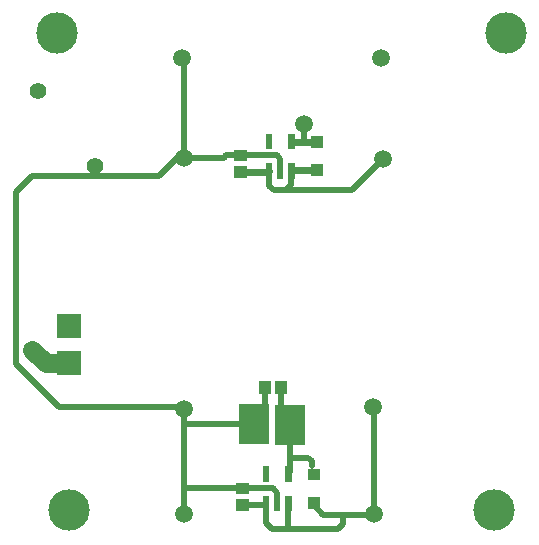
<source format=gbl>
G04 Layer: BottomLayer*
G04 EasyEDA v6.3.22, 2020-01-22T11:07:26+01:00*
G04 244eb897874448418918cfb691dafd7b,6ac03ef627a24f5ab7c901ca926ad83b,10*
G04 Gerber Generator version 0.2*
G04 Scale: 100 percent, Rotated: No, Reflected: No *
G04 Dimensions in millimeters *
G04 leading zeros omitted , absolute positions ,3 integer and 3 decimal *
%FSLAX33Y33*%
%MOMM*%
G90*
G71D02*

%ADD14C,1.599997*%
%ADD15C,1.500022*%
%ADD21C,3.499993*%
%ADD22C,1.399997*%
%ADD23C,0.550012*%
%ADD24C,0.599999*%
%ADD25R,2.499995X3.499993*%
%ADD26R,1.999996X1.999996*%

%LPD*%
G54D23*
G01X25709Y7749D02*
G01X25709Y7559D01*
G01X26509Y6759D01*
G01X30800Y6759D01*
G01X30830Y6789D01*
G54D24*
G01X23820Y35860D02*
G01X23879Y35919D01*
G01X25960Y35919D01*
G01X23820Y38359D02*
G01X23859Y38319D01*
G01X25960Y38319D01*
G01X21920Y35859D02*
G01X21838Y35770D01*
G01X19479Y35770D01*
G54D23*
G01X30728Y15829D02*
G01X30779Y15781D01*
G01X30779Y6840D01*
G01X30830Y6789D01*
G01X21671Y7691D02*
G01X21671Y6070D01*
G01X22179Y5560D01*
G01X27800Y5560D01*
G01X28229Y5989D01*
G01X28229Y6759D01*
G01X23570Y7690D02*
G01X23570Y5740D01*
G01X21671Y7691D02*
G01X21550Y7570D01*
G01X19709Y7570D01*
G01X23570Y10189D02*
G01X23709Y10329D01*
G01X23709Y14380D01*
G01X25569Y10840D02*
G01X25569Y11260D01*
G01X25249Y11580D01*
G01X23709Y11580D01*
G01X14709Y15670D02*
G01X14709Y6830D01*
G01X14709Y14235D02*
G01X14884Y14410D01*
G01X20619Y14410D01*
G01X14719Y36950D02*
G01X14719Y45210D01*
G01X14520Y45410D01*
G01X14328Y15859D02*
G01X4178Y15859D01*
G01X510Y19527D01*
G01X510Y34079D01*
G01X1821Y35389D01*
G01X12588Y35389D01*
G01X14338Y37139D01*
G01X23709Y14380D02*
G01X22969Y15120D01*
G01X22969Y17480D01*
G01X20619Y14410D02*
G01X21569Y15360D01*
G01X21569Y17480D01*
G01X14719Y36950D02*
G01X18099Y36950D01*
G01X18319Y37169D01*
G01X19480Y37169D01*
G01X19709Y8970D02*
G01X14789Y8970D01*
G01X14709Y9050D01*
G01X22620Y7690D02*
G01X22620Y8609D01*
G01X22259Y8970D01*
G01X19709Y8970D01*
G01X19480Y37169D02*
G01X22580Y37169D01*
G01X22870Y36880D01*
G01X22870Y35860D01*
G01X21920Y35860D02*
G01X21920Y34599D01*
G01X22309Y34210D01*
G01X23399Y34210D01*
G01X23819Y34630D01*
G01X23819Y35860D01*
G01X23399Y34210D02*
G01X28929Y34210D01*
G01X31599Y36880D01*
G01X24889Y39840D02*
G01X24889Y38319D01*
G54D14*
G01X1889Y20700D02*
G01X3010Y19579D01*
G01X4979Y19579D01*
G54D25*
G01X23709Y14380D03*
G01X20619Y14410D03*
G54D26*
G01X4999Y22709D03*
G01X4979Y19579D03*
G36*
G01X23470Y18030D02*
G01X22470Y18030D01*
G01X22470Y16930D01*
G01X23470Y16930D01*
G01X23470Y18030D01*
G37*
G36*
G01X22070Y18030D02*
G01X21070Y18030D01*
G01X21070Y16930D01*
G01X22070Y16930D01*
G01X22070Y18030D01*
G37*
G36*
G01X26459Y35420D02*
G01X26459Y36420D01*
G01X25459Y36420D01*
G01X25459Y35420D01*
G01X26459Y35420D01*
G37*
G36*
G01X26459Y37820D02*
G01X26459Y38820D01*
G01X25459Y38820D01*
G01X25459Y37820D01*
G01X26459Y37820D01*
G37*
G36*
G01X20029Y35269D02*
G01X20029Y36269D01*
G01X18929Y36269D01*
G01X18929Y35269D01*
G01X20029Y35269D01*
G37*
G36*
G01X20029Y36669D02*
G01X20029Y37669D01*
G01X18929Y37669D01*
G01X18929Y36669D01*
G01X20029Y36669D01*
G37*
G36*
G01X24094Y35210D02*
G01X24094Y36510D01*
G01X23544Y36510D01*
G01X23544Y35210D01*
G01X24094Y35210D01*
G37*
G36*
G01X23144Y35210D02*
G01X23144Y36510D01*
G01X22594Y36510D01*
G01X22594Y35210D01*
G01X23144Y35210D01*
G37*
G36*
G01X22194Y35210D02*
G01X22194Y36510D01*
G01X21644Y36510D01*
G01X21644Y35210D01*
G01X22194Y35210D01*
G37*
G36*
G01X22194Y37710D02*
G01X22194Y39010D01*
G01X21644Y39010D01*
G01X21644Y37710D01*
G01X22194Y37710D01*
G37*
G36*
G01X24094Y37710D02*
G01X24094Y39010D01*
G01X23544Y39010D01*
G01X23544Y37710D01*
G01X24094Y37710D01*
G37*
G36*
G01X23844Y7040D02*
G01X23844Y8340D01*
G01X23294Y8340D01*
G01X23294Y7040D01*
G01X23844Y7040D01*
G37*
G36*
G01X22894Y7040D02*
G01X22894Y8340D01*
G01X22344Y8340D01*
G01X22344Y7040D01*
G01X22894Y7040D01*
G37*
G36*
G01X21944Y7040D02*
G01X21944Y8340D01*
G01X21394Y8340D01*
G01X21394Y7040D01*
G01X21944Y7040D01*
G37*
G36*
G01X21944Y9540D02*
G01X21944Y10840D01*
G01X21394Y10840D01*
G01X21394Y9540D01*
G01X21944Y9540D01*
G37*
G36*
G01X23844Y9540D02*
G01X23844Y10840D01*
G01X23294Y10840D01*
G01X23294Y9540D01*
G01X23844Y9540D01*
G37*
G36*
G01X20259Y7069D02*
G01X20259Y8069D01*
G01X19159Y8069D01*
G01X19159Y7069D01*
G01X20259Y7069D01*
G37*
G36*
G01X20259Y8469D02*
G01X20259Y9469D01*
G01X19159Y9469D01*
G01X19159Y8469D01*
G01X20259Y8469D01*
G37*
G36*
G01X26209Y7250D02*
G01X26209Y8250D01*
G01X25209Y8250D01*
G01X25209Y7250D01*
G01X26209Y7250D01*
G37*
G36*
G01X26209Y9650D02*
G01X26209Y10650D01*
G01X25209Y10650D01*
G01X25209Y9650D01*
G01X26209Y9650D01*
G37*
G54D21*
G01X3999Y47499D03*
G01X41999Y47499D03*
G01X40999Y7140D03*
G01X4999Y7140D03*
G54D22*
G01X7199Y36240D03*
G01X2369Y42650D03*
G54D15*
G01X31599Y36880D03*
G01X14720Y36949D03*
G01X14519Y45409D03*
G01X31420Y45409D03*
G01X14709Y15670D03*
G01X14709Y6830D03*
G01X30729Y15830D03*
G01X30830Y6790D03*
G01X23709Y14380D03*
G01X24889Y39840D03*
G01X4970Y22670D03*
G01X1890Y20700D03*
M00*
M02*

</source>
